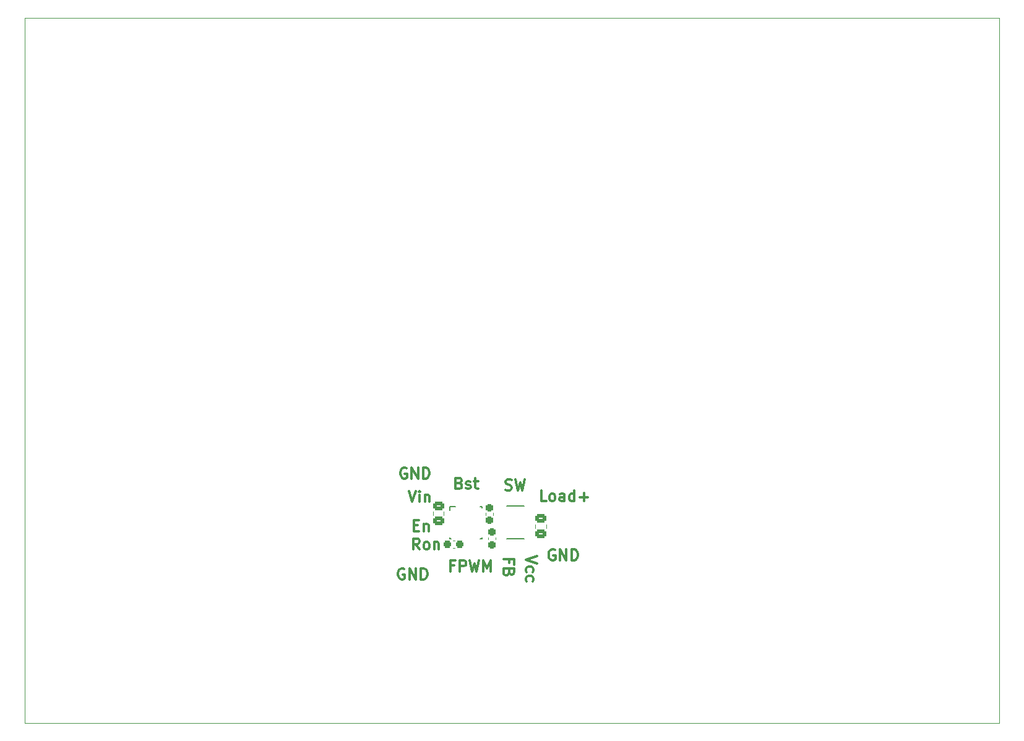
<source format=gbr>
%TF.GenerationSoftware,KiCad,Pcbnew,7.0.7*%
%TF.CreationDate,2023-12-24T20:56:02+03:00*%
%TF.ProjectId,Main_PCB_002,4d61696e-5f50-4434-925f-3030322e6b69,rev?*%
%TF.SameCoordinates,Original*%
%TF.FileFunction,Legend,Top*%
%TF.FilePolarity,Positive*%
%FSLAX46Y46*%
G04 Gerber Fmt 4.6, Leading zero omitted, Abs format (unit mm)*
G04 Created by KiCad (PCBNEW 7.0.7) date 2023-12-24 20:56:02*
%MOMM*%
%LPD*%
G01*
G04 APERTURE LIST*
G04 Aperture macros list*
%AMRoundRect*
0 Rectangle with rounded corners*
0 $1 Rounding radius*
0 $2 $3 $4 $5 $6 $7 $8 $9 X,Y pos of 4 corners*
0 Add a 4 corners polygon primitive as box body*
4,1,4,$2,$3,$4,$5,$6,$7,$8,$9,$2,$3,0*
0 Add four circle primitives for the rounded corners*
1,1,$1+$1,$2,$3*
1,1,$1+$1,$4,$5*
1,1,$1+$1,$6,$7*
1,1,$1+$1,$8,$9*
0 Add four rect primitives between the rounded corners*
20,1,$1+$1,$2,$3,$4,$5,0*
20,1,$1+$1,$4,$5,$6,$7,0*
20,1,$1+$1,$6,$7,$8,$9,0*
20,1,$1+$1,$8,$9,$2,$3,0*%
G04 Aperture macros list end*
%ADD10C,0.300000*%
%ADD11C,0.100000*%
%ADD12C,0.120000*%
%ADD13C,0.152400*%
%ADD14C,0.200000*%
%ADD15C,1.600000*%
%ADD16RoundRect,0.250000X-0.475000X0.337500X-0.475000X-0.337500X0.475000X-0.337500X0.475000X0.337500X0*%
%ADD17RoundRect,0.237500X-0.300000X-0.237500X0.300000X-0.237500X0.300000X0.237500X-0.300000X0.237500X0*%
%ADD18R,1.092200X3.708400*%
%ADD19RoundRect,0.250000X0.475000X-0.337500X0.475000X0.337500X-0.475000X0.337500X-0.475000X-0.337500X0*%
%ADD20RoundRect,0.237500X-0.237500X0.300000X-0.237500X-0.300000X0.237500X-0.300000X0.237500X0.300000X0*%
%ADD21RoundRect,0.237500X0.237500X-0.300000X0.237500X0.300000X-0.237500X0.300000X-0.237500X-0.300000X0*%
%ADD22C,0.499999*%
%ADD23R,2.600000X2.999999*%
%ADD24R,0.599999X0.249999*%
G04 APERTURE END LIST*
D10*
X134868796Y-119500828D02*
X134154510Y-119500828D01*
X134154510Y-119500828D02*
X134154510Y-118000828D01*
X135583082Y-119500828D02*
X135440225Y-119429400D01*
X135440225Y-119429400D02*
X135368796Y-119357971D01*
X135368796Y-119357971D02*
X135297368Y-119215114D01*
X135297368Y-119215114D02*
X135297368Y-118786542D01*
X135297368Y-118786542D02*
X135368796Y-118643685D01*
X135368796Y-118643685D02*
X135440225Y-118572257D01*
X135440225Y-118572257D02*
X135583082Y-118500828D01*
X135583082Y-118500828D02*
X135797368Y-118500828D01*
X135797368Y-118500828D02*
X135940225Y-118572257D01*
X135940225Y-118572257D02*
X136011654Y-118643685D01*
X136011654Y-118643685D02*
X136083082Y-118786542D01*
X136083082Y-118786542D02*
X136083082Y-119215114D01*
X136083082Y-119215114D02*
X136011654Y-119357971D01*
X136011654Y-119357971D02*
X135940225Y-119429400D01*
X135940225Y-119429400D02*
X135797368Y-119500828D01*
X135797368Y-119500828D02*
X135583082Y-119500828D01*
X137368797Y-119500828D02*
X137368797Y-118715114D01*
X137368797Y-118715114D02*
X137297368Y-118572257D01*
X137297368Y-118572257D02*
X137154511Y-118500828D01*
X137154511Y-118500828D02*
X136868797Y-118500828D01*
X136868797Y-118500828D02*
X136725939Y-118572257D01*
X137368797Y-119429400D02*
X137225939Y-119500828D01*
X137225939Y-119500828D02*
X136868797Y-119500828D01*
X136868797Y-119500828D02*
X136725939Y-119429400D01*
X136725939Y-119429400D02*
X136654511Y-119286542D01*
X136654511Y-119286542D02*
X136654511Y-119143685D01*
X136654511Y-119143685D02*
X136725939Y-119000828D01*
X136725939Y-119000828D02*
X136868797Y-118929400D01*
X136868797Y-118929400D02*
X137225939Y-118929400D01*
X137225939Y-118929400D02*
X137368797Y-118857971D01*
X138725940Y-119500828D02*
X138725940Y-118000828D01*
X138725940Y-119429400D02*
X138583082Y-119500828D01*
X138583082Y-119500828D02*
X138297368Y-119500828D01*
X138297368Y-119500828D02*
X138154511Y-119429400D01*
X138154511Y-119429400D02*
X138083082Y-119357971D01*
X138083082Y-119357971D02*
X138011654Y-119215114D01*
X138011654Y-119215114D02*
X138011654Y-118786542D01*
X138011654Y-118786542D02*
X138083082Y-118643685D01*
X138083082Y-118643685D02*
X138154511Y-118572257D01*
X138154511Y-118572257D02*
X138297368Y-118500828D01*
X138297368Y-118500828D02*
X138583082Y-118500828D01*
X138583082Y-118500828D02*
X138725940Y-118572257D01*
X139440225Y-118929400D02*
X140583083Y-118929400D01*
X140011654Y-119500828D02*
X140011654Y-118357971D01*
X133599171Y-127040225D02*
X132099171Y-127540225D01*
X132099171Y-127540225D02*
X133599171Y-128040225D01*
X132170600Y-129183082D02*
X132099171Y-129040224D01*
X132099171Y-129040224D02*
X132099171Y-128754510D01*
X132099171Y-128754510D02*
X132170600Y-128611653D01*
X132170600Y-128611653D02*
X132242028Y-128540224D01*
X132242028Y-128540224D02*
X132384885Y-128468796D01*
X132384885Y-128468796D02*
X132813457Y-128468796D01*
X132813457Y-128468796D02*
X132956314Y-128540224D01*
X132956314Y-128540224D02*
X133027742Y-128611653D01*
X133027742Y-128611653D02*
X133099171Y-128754510D01*
X133099171Y-128754510D02*
X133099171Y-129040224D01*
X133099171Y-129040224D02*
X133027742Y-129183082D01*
X132170600Y-130468796D02*
X132099171Y-130325938D01*
X132099171Y-130325938D02*
X132099171Y-130040224D01*
X132099171Y-130040224D02*
X132170600Y-129897367D01*
X132170600Y-129897367D02*
X132242028Y-129825938D01*
X132242028Y-129825938D02*
X132384885Y-129754510D01*
X132384885Y-129754510D02*
X132813457Y-129754510D01*
X132813457Y-129754510D02*
X132956314Y-129825938D01*
X132956314Y-129825938D02*
X133027742Y-129897367D01*
X133027742Y-129897367D02*
X133099171Y-130040224D01*
X133099171Y-130040224D02*
X133099171Y-130325938D01*
X133099171Y-130325938D02*
X133027742Y-130468796D01*
X129784885Y-127954510D02*
X129784885Y-127454510D01*
X128999171Y-127454510D02*
X130499171Y-127454510D01*
X130499171Y-127454510D02*
X130499171Y-128168796D01*
X129784885Y-129240224D02*
X129713457Y-129454510D01*
X129713457Y-129454510D02*
X129642028Y-129525939D01*
X129642028Y-129525939D02*
X129499171Y-129597367D01*
X129499171Y-129597367D02*
X129284885Y-129597367D01*
X129284885Y-129597367D02*
X129142028Y-129525939D01*
X129142028Y-129525939D02*
X129070600Y-129454510D01*
X129070600Y-129454510D02*
X128999171Y-129311653D01*
X128999171Y-129311653D02*
X128999171Y-128740224D01*
X128999171Y-128740224D02*
X130499171Y-128740224D01*
X130499171Y-128740224D02*
X130499171Y-129240224D01*
X130499171Y-129240224D02*
X130427742Y-129383082D01*
X130427742Y-129383082D02*
X130356314Y-129454510D01*
X130356314Y-129454510D02*
X130213457Y-129525939D01*
X130213457Y-129525939D02*
X130070600Y-129525939D01*
X130070600Y-129525939D02*
X129927742Y-129454510D01*
X129927742Y-129454510D02*
X129856314Y-129383082D01*
X129856314Y-129383082D02*
X129784885Y-129240224D01*
X129784885Y-129240224D02*
X129784885Y-128740224D01*
X122254510Y-128315114D02*
X121754510Y-128315114D01*
X121754510Y-129100828D02*
X121754510Y-127600828D01*
X121754510Y-127600828D02*
X122468796Y-127600828D01*
X123040224Y-129100828D02*
X123040224Y-127600828D01*
X123040224Y-127600828D02*
X123611653Y-127600828D01*
X123611653Y-127600828D02*
X123754510Y-127672257D01*
X123754510Y-127672257D02*
X123825939Y-127743685D01*
X123825939Y-127743685D02*
X123897367Y-127886542D01*
X123897367Y-127886542D02*
X123897367Y-128100828D01*
X123897367Y-128100828D02*
X123825939Y-128243685D01*
X123825939Y-128243685D02*
X123754510Y-128315114D01*
X123754510Y-128315114D02*
X123611653Y-128386542D01*
X123611653Y-128386542D02*
X123040224Y-128386542D01*
X124397367Y-127600828D02*
X124754510Y-129100828D01*
X124754510Y-129100828D02*
X125040224Y-128029400D01*
X125040224Y-128029400D02*
X125325939Y-129100828D01*
X125325939Y-129100828D02*
X125683082Y-127600828D01*
X126254510Y-129100828D02*
X126254510Y-127600828D01*
X126254510Y-127600828D02*
X126754510Y-128672257D01*
X126754510Y-128672257D02*
X127254510Y-127600828D01*
X127254510Y-127600828D02*
X127254510Y-129100828D01*
X129283082Y-117929400D02*
X129497368Y-118000828D01*
X129497368Y-118000828D02*
X129854510Y-118000828D01*
X129854510Y-118000828D02*
X129997368Y-117929400D01*
X129997368Y-117929400D02*
X130068796Y-117857971D01*
X130068796Y-117857971D02*
X130140225Y-117715114D01*
X130140225Y-117715114D02*
X130140225Y-117572257D01*
X130140225Y-117572257D02*
X130068796Y-117429400D01*
X130068796Y-117429400D02*
X129997368Y-117357971D01*
X129997368Y-117357971D02*
X129854510Y-117286542D01*
X129854510Y-117286542D02*
X129568796Y-117215114D01*
X129568796Y-117215114D02*
X129425939Y-117143685D01*
X129425939Y-117143685D02*
X129354510Y-117072257D01*
X129354510Y-117072257D02*
X129283082Y-116929400D01*
X129283082Y-116929400D02*
X129283082Y-116786542D01*
X129283082Y-116786542D02*
X129354510Y-116643685D01*
X129354510Y-116643685D02*
X129425939Y-116572257D01*
X129425939Y-116572257D02*
X129568796Y-116500828D01*
X129568796Y-116500828D02*
X129925939Y-116500828D01*
X129925939Y-116500828D02*
X130140225Y-116572257D01*
X130640224Y-116500828D02*
X130997367Y-118000828D01*
X130997367Y-118000828D02*
X131283081Y-116929400D01*
X131283081Y-116929400D02*
X131568796Y-118000828D01*
X131568796Y-118000828D02*
X131925939Y-116500828D01*
X122954510Y-117015114D02*
X123168796Y-117086542D01*
X123168796Y-117086542D02*
X123240225Y-117157971D01*
X123240225Y-117157971D02*
X123311653Y-117300828D01*
X123311653Y-117300828D02*
X123311653Y-117515114D01*
X123311653Y-117515114D02*
X123240225Y-117657971D01*
X123240225Y-117657971D02*
X123168796Y-117729400D01*
X123168796Y-117729400D02*
X123025939Y-117800828D01*
X123025939Y-117800828D02*
X122454510Y-117800828D01*
X122454510Y-117800828D02*
X122454510Y-116300828D01*
X122454510Y-116300828D02*
X122954510Y-116300828D01*
X122954510Y-116300828D02*
X123097368Y-116372257D01*
X123097368Y-116372257D02*
X123168796Y-116443685D01*
X123168796Y-116443685D02*
X123240225Y-116586542D01*
X123240225Y-116586542D02*
X123240225Y-116729400D01*
X123240225Y-116729400D02*
X123168796Y-116872257D01*
X123168796Y-116872257D02*
X123097368Y-116943685D01*
X123097368Y-116943685D02*
X122954510Y-117015114D01*
X122954510Y-117015114D02*
X122454510Y-117015114D01*
X123883082Y-117729400D02*
X124025939Y-117800828D01*
X124025939Y-117800828D02*
X124311653Y-117800828D01*
X124311653Y-117800828D02*
X124454510Y-117729400D01*
X124454510Y-117729400D02*
X124525939Y-117586542D01*
X124525939Y-117586542D02*
X124525939Y-117515114D01*
X124525939Y-117515114D02*
X124454510Y-117372257D01*
X124454510Y-117372257D02*
X124311653Y-117300828D01*
X124311653Y-117300828D02*
X124097368Y-117300828D01*
X124097368Y-117300828D02*
X123954510Y-117229400D01*
X123954510Y-117229400D02*
X123883082Y-117086542D01*
X123883082Y-117086542D02*
X123883082Y-117015114D01*
X123883082Y-117015114D02*
X123954510Y-116872257D01*
X123954510Y-116872257D02*
X124097368Y-116800828D01*
X124097368Y-116800828D02*
X124311653Y-116800828D01*
X124311653Y-116800828D02*
X124454510Y-116872257D01*
X124954511Y-116800828D02*
X125525939Y-116800828D01*
X125168796Y-116300828D02*
X125168796Y-117586542D01*
X125168796Y-117586542D02*
X125240225Y-117729400D01*
X125240225Y-117729400D02*
X125383082Y-117800828D01*
X125383082Y-117800828D02*
X125525939Y-117800828D01*
X117511653Y-126100828D02*
X117011653Y-125386542D01*
X116654510Y-126100828D02*
X116654510Y-124600828D01*
X116654510Y-124600828D02*
X117225939Y-124600828D01*
X117225939Y-124600828D02*
X117368796Y-124672257D01*
X117368796Y-124672257D02*
X117440225Y-124743685D01*
X117440225Y-124743685D02*
X117511653Y-124886542D01*
X117511653Y-124886542D02*
X117511653Y-125100828D01*
X117511653Y-125100828D02*
X117440225Y-125243685D01*
X117440225Y-125243685D02*
X117368796Y-125315114D01*
X117368796Y-125315114D02*
X117225939Y-125386542D01*
X117225939Y-125386542D02*
X116654510Y-125386542D01*
X118368796Y-126100828D02*
X118225939Y-126029400D01*
X118225939Y-126029400D02*
X118154510Y-125957971D01*
X118154510Y-125957971D02*
X118083082Y-125815114D01*
X118083082Y-125815114D02*
X118083082Y-125386542D01*
X118083082Y-125386542D02*
X118154510Y-125243685D01*
X118154510Y-125243685D02*
X118225939Y-125172257D01*
X118225939Y-125172257D02*
X118368796Y-125100828D01*
X118368796Y-125100828D02*
X118583082Y-125100828D01*
X118583082Y-125100828D02*
X118725939Y-125172257D01*
X118725939Y-125172257D02*
X118797368Y-125243685D01*
X118797368Y-125243685D02*
X118868796Y-125386542D01*
X118868796Y-125386542D02*
X118868796Y-125815114D01*
X118868796Y-125815114D02*
X118797368Y-125957971D01*
X118797368Y-125957971D02*
X118725939Y-126029400D01*
X118725939Y-126029400D02*
X118583082Y-126100828D01*
X118583082Y-126100828D02*
X118368796Y-126100828D01*
X119511653Y-125100828D02*
X119511653Y-126100828D01*
X119511653Y-125243685D02*
X119583082Y-125172257D01*
X119583082Y-125172257D02*
X119725939Y-125100828D01*
X119725939Y-125100828D02*
X119940225Y-125100828D01*
X119940225Y-125100828D02*
X120083082Y-125172257D01*
X120083082Y-125172257D02*
X120154511Y-125315114D01*
X120154511Y-125315114D02*
X120154511Y-126100828D01*
X116754510Y-122815114D02*
X117254510Y-122815114D01*
X117468796Y-123600828D02*
X116754510Y-123600828D01*
X116754510Y-123600828D02*
X116754510Y-122100828D01*
X116754510Y-122100828D02*
X117468796Y-122100828D01*
X118111653Y-122600828D02*
X118111653Y-123600828D01*
X118111653Y-122743685D02*
X118183082Y-122672257D01*
X118183082Y-122672257D02*
X118325939Y-122600828D01*
X118325939Y-122600828D02*
X118540225Y-122600828D01*
X118540225Y-122600828D02*
X118683082Y-122672257D01*
X118683082Y-122672257D02*
X118754511Y-122815114D01*
X118754511Y-122815114D02*
X118754511Y-123600828D01*
X116040225Y-118100828D02*
X116540225Y-119600828D01*
X116540225Y-119600828D02*
X117040225Y-118100828D01*
X117540224Y-119600828D02*
X117540224Y-118600828D01*
X117540224Y-118100828D02*
X117468796Y-118172257D01*
X117468796Y-118172257D02*
X117540224Y-118243685D01*
X117540224Y-118243685D02*
X117611653Y-118172257D01*
X117611653Y-118172257D02*
X117540224Y-118100828D01*
X117540224Y-118100828D02*
X117540224Y-118243685D01*
X118254510Y-118600828D02*
X118254510Y-119600828D01*
X118254510Y-118743685D02*
X118325939Y-118672257D01*
X118325939Y-118672257D02*
X118468796Y-118600828D01*
X118468796Y-118600828D02*
X118683082Y-118600828D01*
X118683082Y-118600828D02*
X118825939Y-118672257D01*
X118825939Y-118672257D02*
X118897368Y-118815114D01*
X118897368Y-118815114D02*
X118897368Y-119600828D01*
X115740225Y-114972257D02*
X115597368Y-114900828D01*
X115597368Y-114900828D02*
X115383082Y-114900828D01*
X115383082Y-114900828D02*
X115168796Y-114972257D01*
X115168796Y-114972257D02*
X115025939Y-115115114D01*
X115025939Y-115115114D02*
X114954510Y-115257971D01*
X114954510Y-115257971D02*
X114883082Y-115543685D01*
X114883082Y-115543685D02*
X114883082Y-115757971D01*
X114883082Y-115757971D02*
X114954510Y-116043685D01*
X114954510Y-116043685D02*
X115025939Y-116186542D01*
X115025939Y-116186542D02*
X115168796Y-116329400D01*
X115168796Y-116329400D02*
X115383082Y-116400828D01*
X115383082Y-116400828D02*
X115525939Y-116400828D01*
X115525939Y-116400828D02*
X115740225Y-116329400D01*
X115740225Y-116329400D02*
X115811653Y-116257971D01*
X115811653Y-116257971D02*
X115811653Y-115757971D01*
X115811653Y-115757971D02*
X115525939Y-115757971D01*
X116454510Y-116400828D02*
X116454510Y-114900828D01*
X116454510Y-114900828D02*
X117311653Y-116400828D01*
X117311653Y-116400828D02*
X117311653Y-114900828D01*
X118025939Y-116400828D02*
X118025939Y-114900828D01*
X118025939Y-114900828D02*
X118383082Y-114900828D01*
X118383082Y-114900828D02*
X118597368Y-114972257D01*
X118597368Y-114972257D02*
X118740225Y-115115114D01*
X118740225Y-115115114D02*
X118811654Y-115257971D01*
X118811654Y-115257971D02*
X118883082Y-115543685D01*
X118883082Y-115543685D02*
X118883082Y-115757971D01*
X118883082Y-115757971D02*
X118811654Y-116043685D01*
X118811654Y-116043685D02*
X118740225Y-116186542D01*
X118740225Y-116186542D02*
X118597368Y-116329400D01*
X118597368Y-116329400D02*
X118383082Y-116400828D01*
X118383082Y-116400828D02*
X118025939Y-116400828D01*
X115440225Y-128772257D02*
X115297368Y-128700828D01*
X115297368Y-128700828D02*
X115083082Y-128700828D01*
X115083082Y-128700828D02*
X114868796Y-128772257D01*
X114868796Y-128772257D02*
X114725939Y-128915114D01*
X114725939Y-128915114D02*
X114654510Y-129057971D01*
X114654510Y-129057971D02*
X114583082Y-129343685D01*
X114583082Y-129343685D02*
X114583082Y-129557971D01*
X114583082Y-129557971D02*
X114654510Y-129843685D01*
X114654510Y-129843685D02*
X114725939Y-129986542D01*
X114725939Y-129986542D02*
X114868796Y-130129400D01*
X114868796Y-130129400D02*
X115083082Y-130200828D01*
X115083082Y-130200828D02*
X115225939Y-130200828D01*
X115225939Y-130200828D02*
X115440225Y-130129400D01*
X115440225Y-130129400D02*
X115511653Y-130057971D01*
X115511653Y-130057971D02*
X115511653Y-129557971D01*
X115511653Y-129557971D02*
X115225939Y-129557971D01*
X116154510Y-130200828D02*
X116154510Y-128700828D01*
X116154510Y-128700828D02*
X117011653Y-130200828D01*
X117011653Y-130200828D02*
X117011653Y-128700828D01*
X117725939Y-130200828D02*
X117725939Y-128700828D01*
X117725939Y-128700828D02*
X118083082Y-128700828D01*
X118083082Y-128700828D02*
X118297368Y-128772257D01*
X118297368Y-128772257D02*
X118440225Y-128915114D01*
X118440225Y-128915114D02*
X118511654Y-129057971D01*
X118511654Y-129057971D02*
X118583082Y-129343685D01*
X118583082Y-129343685D02*
X118583082Y-129557971D01*
X118583082Y-129557971D02*
X118511654Y-129843685D01*
X118511654Y-129843685D02*
X118440225Y-129986542D01*
X118440225Y-129986542D02*
X118297368Y-130129400D01*
X118297368Y-130129400D02*
X118083082Y-130200828D01*
X118083082Y-130200828D02*
X117725939Y-130200828D01*
X136040225Y-126172257D02*
X135897368Y-126100828D01*
X135897368Y-126100828D02*
X135683082Y-126100828D01*
X135683082Y-126100828D02*
X135468796Y-126172257D01*
X135468796Y-126172257D02*
X135325939Y-126315114D01*
X135325939Y-126315114D02*
X135254510Y-126457971D01*
X135254510Y-126457971D02*
X135183082Y-126743685D01*
X135183082Y-126743685D02*
X135183082Y-126957971D01*
X135183082Y-126957971D02*
X135254510Y-127243685D01*
X135254510Y-127243685D02*
X135325939Y-127386542D01*
X135325939Y-127386542D02*
X135468796Y-127529400D01*
X135468796Y-127529400D02*
X135683082Y-127600828D01*
X135683082Y-127600828D02*
X135825939Y-127600828D01*
X135825939Y-127600828D02*
X136040225Y-127529400D01*
X136040225Y-127529400D02*
X136111653Y-127457971D01*
X136111653Y-127457971D02*
X136111653Y-126957971D01*
X136111653Y-126957971D02*
X135825939Y-126957971D01*
X136754510Y-127600828D02*
X136754510Y-126100828D01*
X136754510Y-126100828D02*
X137611653Y-127600828D01*
X137611653Y-127600828D02*
X137611653Y-126100828D01*
X138325939Y-127600828D02*
X138325939Y-126100828D01*
X138325939Y-126100828D02*
X138683082Y-126100828D01*
X138683082Y-126100828D02*
X138897368Y-126172257D01*
X138897368Y-126172257D02*
X139040225Y-126315114D01*
X139040225Y-126315114D02*
X139111654Y-126457971D01*
X139111654Y-126457971D02*
X139183082Y-126743685D01*
X139183082Y-126743685D02*
X139183082Y-126957971D01*
X139183082Y-126957971D02*
X139111654Y-127243685D01*
X139111654Y-127243685D02*
X139040225Y-127386542D01*
X139040225Y-127386542D02*
X138897368Y-127529400D01*
X138897368Y-127529400D02*
X138683082Y-127600828D01*
X138683082Y-127600828D02*
X138325939Y-127600828D01*
D11*
X63500000Y-53340000D02*
X196850000Y-53340000D01*
X196850000Y-149860000D02*
X63500000Y-149860000D01*
X196850000Y-53340000D02*
X196850000Y-149860000D01*
X63500000Y-149860000D02*
X63500000Y-53340000D01*
D12*
%TO.C,C28*%
X133377000Y-122653248D02*
X133377000Y-123175752D01*
X134847000Y-122653248D02*
X134847000Y-123175752D01*
%TO.C,C26*%
X122053733Y-125910000D02*
X122346267Y-125910000D01*
X122053733Y-124890000D02*
X122346267Y-124890000D01*
D13*
%TO.C,L1*%
X129457450Y-124599700D02*
X131806950Y-124599700D01*
X131806950Y-120154700D02*
X129457450Y-120154700D01*
D12*
%TO.C,C5*%
X120835000Y-121423752D02*
X120835000Y-120901248D01*
X119365000Y-121423752D02*
X119365000Y-120901248D01*
%TO.C,C2*%
X126896400Y-124465033D02*
X126896400Y-124757567D01*
X127916400Y-124465033D02*
X127916400Y-124757567D01*
%TO.C,C27*%
X127560800Y-121405867D02*
X127560800Y-121113333D01*
X126540800Y-121405867D02*
X126540800Y-121113333D01*
D14*
%TO.C,U1*%
X126050401Y-124627998D02*
X126050401Y-124453002D01*
X126050401Y-120402998D02*
X126050401Y-120228002D01*
X125850401Y-124627998D02*
X126050401Y-124627998D01*
X125850401Y-120228002D02*
X126050401Y-120228002D01*
X121650399Y-124627998D02*
X121850399Y-124627998D01*
X121650399Y-124627998D02*
X121650399Y-124453002D01*
X121650399Y-120728001D02*
X121650399Y-120228002D01*
X121650399Y-120228002D02*
X122450400Y-120228002D01*
%TD*%
%LPC*%
D15*
%TO.C,D8*%
X119800000Y-129500000D03*
%TD*%
%TO.C,D5*%
X119800000Y-117300000D03*
%TD*%
D16*
%TO.C,C28*%
X134112000Y-123952000D03*
X134112000Y-121877000D03*
%TD*%
D17*
%TO.C,C26*%
X123062500Y-125400000D03*
X121337500Y-125400000D03*
%TD*%
D15*
%TO.C,D1*%
X125200000Y-119100000D03*
%TD*%
D18*
%TO.C,L1*%
X129133600Y-122377200D03*
X132130800Y-122377200D03*
%TD*%
D15*
%TO.C,D9*%
X129743200Y-126085600D03*
%TD*%
%TO.C,D18*%
X115366800Y-126000000D03*
%TD*%
D19*
%TO.C,C5*%
X120100000Y-120125000D03*
X120100000Y-122200000D03*
%TD*%
D15*
%TO.C,D7*%
X132334000Y-125984000D03*
%TD*%
%TO.C,D19*%
X115316000Y-123000000D03*
%TD*%
%TO.C,D2*%
X136499600Y-120904000D03*
%TD*%
%TO.C,D6*%
X125000000Y-126339600D03*
%TD*%
D20*
%TO.C,C2*%
X127406400Y-125473800D03*
X127406400Y-123748800D03*
%TD*%
D21*
%TO.C,C27*%
X127050800Y-120397100D03*
X127050800Y-122122100D03*
%TD*%
D22*
%TO.C,U1*%
X124850401Y-122428000D03*
X123850400Y-123628000D03*
X123850400Y-122428000D03*
X123850400Y-121228000D03*
X122850399Y-122428000D03*
D23*
X123850400Y-122428000D03*
D24*
X125750399Y-121178000D03*
X125750399Y-121677999D03*
X125750399Y-122177998D03*
X125750399Y-122678000D03*
X125750399Y-123177998D03*
X125750399Y-123678000D03*
X121950401Y-123678000D03*
X121950401Y-123177998D03*
X121950401Y-122678000D03*
X121950401Y-122178000D03*
X121950401Y-121677999D03*
X121950401Y-121178000D03*
%TD*%
D15*
%TO.C,D17*%
X115316000Y-120000000D03*
%TD*%
%TO.C,D4*%
X128600000Y-119100000D03*
%TD*%
%TO.C,D3*%
X136550400Y-124663200D03*
%TD*%
%LPD*%
M02*

</source>
